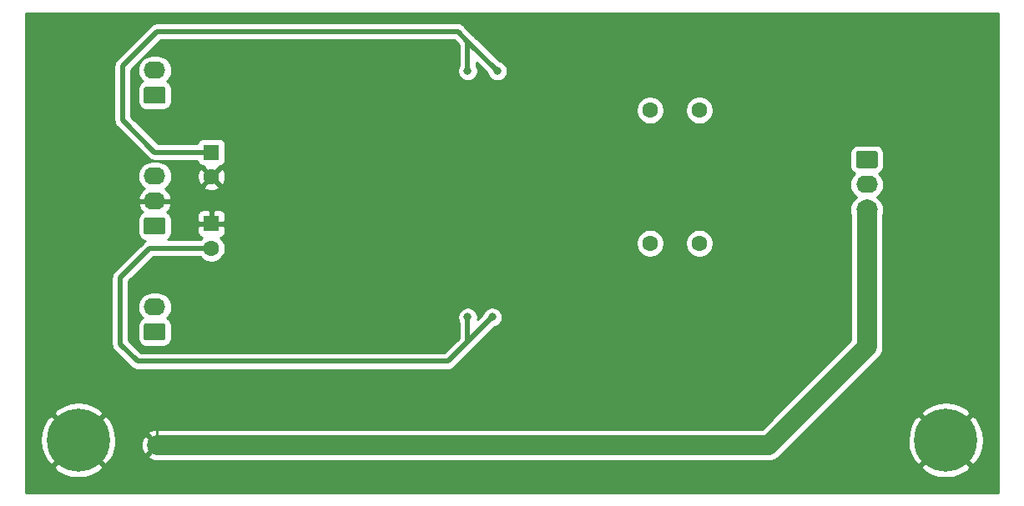
<source format=gbr>
G04 #@! TF.GenerationSoftware,KiCad,Pcbnew,5.1.4*
G04 #@! TF.CreationDate,2019-10-13T19:14:40-04:00*
G04 #@! TF.ProjectId,headphone_amp,68656164-7068-46f6-9e65-5f616d702e6b,1*
G04 #@! TF.SameCoordinates,Original*
G04 #@! TF.FileFunction,Copper,L2,Bot*
G04 #@! TF.FilePolarity,Positive*
%FSLAX46Y46*%
G04 Gerber Fmt 4.6, Leading zero omitted, Abs format (unit mm)*
G04 Created by KiCad (PCBNEW 5.1.4) date 2019-10-13 19:14:40*
%MOMM*%
%LPD*%
G04 APERTURE LIST*
%ADD10C,0.100000*%
%ADD11O,2.200000X1.740000*%
%ADD12C,1.740000*%
%ADD13C,6.400000*%
%ADD14C,2.000000*%
%ADD15C,1.600000*%
%ADD16R,1.600000X1.600000*%
%ADD17C,0.800000*%
%ADD18C,0.254000*%
%ADD19C,0.508000*%
%ADD20C,0.406400*%
%ADD21C,2.000000*%
G04 APERTURE END LIST*
D10*
G36*
X114000000Y-145500000D02*
G01*
X118000000Y-145500000D01*
X118000000Y-143500000D01*
X114000000Y-143500000D01*
X114000000Y-145500000D01*
G37*
D11*
X113750000Y-106420000D03*
D10*
G36*
X114624505Y-108091204D02*
G01*
X114648773Y-108094804D01*
X114672572Y-108100765D01*
X114695671Y-108109030D01*
X114717850Y-108119520D01*
X114738893Y-108132132D01*
X114758599Y-108146747D01*
X114776777Y-108163223D01*
X114793253Y-108181401D01*
X114807868Y-108201107D01*
X114820480Y-108222150D01*
X114830970Y-108244329D01*
X114839235Y-108267428D01*
X114845196Y-108291227D01*
X114848796Y-108315495D01*
X114850000Y-108339999D01*
X114850000Y-109580001D01*
X114848796Y-109604505D01*
X114845196Y-109628773D01*
X114839235Y-109652572D01*
X114830970Y-109675671D01*
X114820480Y-109697850D01*
X114807868Y-109718893D01*
X114793253Y-109738599D01*
X114776777Y-109756777D01*
X114758599Y-109773253D01*
X114738893Y-109787868D01*
X114717850Y-109800480D01*
X114695671Y-109810970D01*
X114672572Y-109819235D01*
X114648773Y-109825196D01*
X114624505Y-109828796D01*
X114600001Y-109830000D01*
X112899999Y-109830000D01*
X112875495Y-109828796D01*
X112851227Y-109825196D01*
X112827428Y-109819235D01*
X112804329Y-109810970D01*
X112782150Y-109800480D01*
X112761107Y-109787868D01*
X112741401Y-109773253D01*
X112723223Y-109756777D01*
X112706747Y-109738599D01*
X112692132Y-109718893D01*
X112679520Y-109697850D01*
X112669030Y-109675671D01*
X112660765Y-109652572D01*
X112654804Y-109628773D01*
X112651204Y-109604505D01*
X112650000Y-109580001D01*
X112650000Y-108339999D01*
X112651204Y-108315495D01*
X112654804Y-108291227D01*
X112660765Y-108267428D01*
X112669030Y-108244329D01*
X112679520Y-108222150D01*
X112692132Y-108201107D01*
X112706747Y-108181401D01*
X112723223Y-108163223D01*
X112741401Y-108146747D01*
X112761107Y-108132132D01*
X112782150Y-108119520D01*
X112804329Y-108109030D01*
X112827428Y-108100765D01*
X112851227Y-108094804D01*
X112875495Y-108091204D01*
X112899999Y-108090000D01*
X114600001Y-108090000D01*
X114624505Y-108091204D01*
X114624505Y-108091204D01*
G37*
D12*
X113750000Y-108960000D03*
D13*
X194000000Y-144000000D03*
X106000000Y-144000000D03*
D14*
X118000000Y-144500000D03*
X114000000Y-144500000D03*
D15*
X164000000Y-124000000D03*
X169000000Y-124000000D03*
X164000000Y-110500000D03*
X169000000Y-110500000D03*
X119500000Y-117250000D03*
D16*
X119500000Y-114750000D03*
D11*
X113750000Y-117170000D03*
X113750000Y-119710000D03*
D10*
G36*
X114624505Y-121381204D02*
G01*
X114648773Y-121384804D01*
X114672572Y-121390765D01*
X114695671Y-121399030D01*
X114717850Y-121409520D01*
X114738893Y-121422132D01*
X114758599Y-121436747D01*
X114776777Y-121453223D01*
X114793253Y-121471401D01*
X114807868Y-121491107D01*
X114820480Y-121512150D01*
X114830970Y-121534329D01*
X114839235Y-121557428D01*
X114845196Y-121581227D01*
X114848796Y-121605495D01*
X114850000Y-121629999D01*
X114850000Y-122870001D01*
X114848796Y-122894505D01*
X114845196Y-122918773D01*
X114839235Y-122942572D01*
X114830970Y-122965671D01*
X114820480Y-122987850D01*
X114807868Y-123008893D01*
X114793253Y-123028599D01*
X114776777Y-123046777D01*
X114758599Y-123063253D01*
X114738893Y-123077868D01*
X114717850Y-123090480D01*
X114695671Y-123100970D01*
X114672572Y-123109235D01*
X114648773Y-123115196D01*
X114624505Y-123118796D01*
X114600001Y-123120000D01*
X112899999Y-123120000D01*
X112875495Y-123118796D01*
X112851227Y-123115196D01*
X112827428Y-123109235D01*
X112804329Y-123100970D01*
X112782150Y-123090480D01*
X112761107Y-123077868D01*
X112741401Y-123063253D01*
X112723223Y-123046777D01*
X112706747Y-123028599D01*
X112692132Y-123008893D01*
X112679520Y-122987850D01*
X112669030Y-122965671D01*
X112660765Y-122942572D01*
X112654804Y-122918773D01*
X112651204Y-122894505D01*
X112650000Y-122870001D01*
X112650000Y-121629999D01*
X112651204Y-121605495D01*
X112654804Y-121581227D01*
X112660765Y-121557428D01*
X112669030Y-121534329D01*
X112679520Y-121512150D01*
X112692132Y-121491107D01*
X112706747Y-121471401D01*
X112723223Y-121453223D01*
X112741401Y-121436747D01*
X112761107Y-121422132D01*
X112782150Y-121409520D01*
X112804329Y-121399030D01*
X112827428Y-121390765D01*
X112851227Y-121384804D01*
X112875495Y-121381204D01*
X112899999Y-121380000D01*
X114600001Y-121380000D01*
X114624505Y-121381204D01*
X114624505Y-121381204D01*
G37*
D12*
X113750000Y-122250000D03*
D11*
X186000000Y-120580000D03*
X186000000Y-118040000D03*
D10*
G36*
X186874505Y-114631204D02*
G01*
X186898773Y-114634804D01*
X186922572Y-114640765D01*
X186945671Y-114649030D01*
X186967850Y-114659520D01*
X186988893Y-114672132D01*
X187008599Y-114686747D01*
X187026777Y-114703223D01*
X187043253Y-114721401D01*
X187057868Y-114741107D01*
X187070480Y-114762150D01*
X187080970Y-114784329D01*
X187089235Y-114807428D01*
X187095196Y-114831227D01*
X187098796Y-114855495D01*
X187100000Y-114879999D01*
X187100000Y-116120001D01*
X187098796Y-116144505D01*
X187095196Y-116168773D01*
X187089235Y-116192572D01*
X187080970Y-116215671D01*
X187070480Y-116237850D01*
X187057868Y-116258893D01*
X187043253Y-116278599D01*
X187026777Y-116296777D01*
X187008599Y-116313253D01*
X186988893Y-116327868D01*
X186967850Y-116340480D01*
X186945671Y-116350970D01*
X186922572Y-116359235D01*
X186898773Y-116365196D01*
X186874505Y-116368796D01*
X186850001Y-116370000D01*
X185149999Y-116370000D01*
X185125495Y-116368796D01*
X185101227Y-116365196D01*
X185077428Y-116359235D01*
X185054329Y-116350970D01*
X185032150Y-116340480D01*
X185011107Y-116327868D01*
X184991401Y-116313253D01*
X184973223Y-116296777D01*
X184956747Y-116278599D01*
X184942132Y-116258893D01*
X184929520Y-116237850D01*
X184919030Y-116215671D01*
X184910765Y-116192572D01*
X184904804Y-116168773D01*
X184901204Y-116144505D01*
X184900000Y-116120001D01*
X184900000Y-114879999D01*
X184901204Y-114855495D01*
X184904804Y-114831227D01*
X184910765Y-114807428D01*
X184919030Y-114784329D01*
X184929520Y-114762150D01*
X184942132Y-114741107D01*
X184956747Y-114721401D01*
X184973223Y-114703223D01*
X184991401Y-114686747D01*
X185011107Y-114672132D01*
X185032150Y-114659520D01*
X185054329Y-114649030D01*
X185077428Y-114640765D01*
X185101227Y-114634804D01*
X185125495Y-114631204D01*
X185149999Y-114630000D01*
X186850001Y-114630000D01*
X186874505Y-114631204D01*
X186874505Y-114631204D01*
G37*
D12*
X186000000Y-115500000D03*
D11*
X113750000Y-130460000D03*
D10*
G36*
X114624505Y-132131204D02*
G01*
X114648773Y-132134804D01*
X114672572Y-132140765D01*
X114695671Y-132149030D01*
X114717850Y-132159520D01*
X114738893Y-132172132D01*
X114758599Y-132186747D01*
X114776777Y-132203223D01*
X114793253Y-132221401D01*
X114807868Y-132241107D01*
X114820480Y-132262150D01*
X114830970Y-132284329D01*
X114839235Y-132307428D01*
X114845196Y-132331227D01*
X114848796Y-132355495D01*
X114850000Y-132379999D01*
X114850000Y-133620001D01*
X114848796Y-133644505D01*
X114845196Y-133668773D01*
X114839235Y-133692572D01*
X114830970Y-133715671D01*
X114820480Y-133737850D01*
X114807868Y-133758893D01*
X114793253Y-133778599D01*
X114776777Y-133796777D01*
X114758599Y-133813253D01*
X114738893Y-133827868D01*
X114717850Y-133840480D01*
X114695671Y-133850970D01*
X114672572Y-133859235D01*
X114648773Y-133865196D01*
X114624505Y-133868796D01*
X114600001Y-133870000D01*
X112899999Y-133870000D01*
X112875495Y-133868796D01*
X112851227Y-133865196D01*
X112827428Y-133859235D01*
X112804329Y-133850970D01*
X112782150Y-133840480D01*
X112761107Y-133827868D01*
X112741401Y-133813253D01*
X112723223Y-133796777D01*
X112706747Y-133778599D01*
X112692132Y-133758893D01*
X112679520Y-133737850D01*
X112669030Y-133715671D01*
X112660765Y-133692572D01*
X112654804Y-133668773D01*
X112651204Y-133644505D01*
X112650000Y-133620001D01*
X112650000Y-132379999D01*
X112651204Y-132355495D01*
X112654804Y-132331227D01*
X112660765Y-132307428D01*
X112669030Y-132284329D01*
X112679520Y-132262150D01*
X112692132Y-132241107D01*
X112706747Y-132221401D01*
X112723223Y-132203223D01*
X112741401Y-132186747D01*
X112761107Y-132172132D01*
X112782150Y-132159520D01*
X112804329Y-132149030D01*
X112827428Y-132140765D01*
X112851227Y-132134804D01*
X112875495Y-132131204D01*
X112899999Y-132130000D01*
X114600001Y-132130000D01*
X114624505Y-132131204D01*
X114624505Y-132131204D01*
G37*
D12*
X113750000Y-133000000D03*
D15*
X119500000Y-124500000D03*
D16*
X119500000Y-122000000D03*
D17*
X176784000Y-120904000D03*
X176784000Y-113665000D03*
X124460000Y-112268000D03*
X123444000Y-125984000D03*
X145500000Y-131500000D03*
X148000000Y-131500000D03*
X145500000Y-106500000D03*
X148500000Y-106500000D03*
D18*
X113750000Y-119710000D02*
X110290000Y-119710000D01*
X110290000Y-119710000D02*
X106000000Y-124000000D01*
X106000000Y-124000000D02*
X106000000Y-133000000D01*
X114000000Y-141000000D02*
X111500000Y-138500000D01*
X114000000Y-144500000D02*
X114000000Y-141000000D01*
X106000000Y-133000000D02*
X111500000Y-138500000D01*
X111500000Y-138500000D02*
X113500000Y-140500000D01*
D19*
X112000000Y-136000000D02*
X130999998Y-136000000D01*
X110250000Y-134250000D02*
X112000000Y-136000000D01*
X110250000Y-127500000D02*
X110250000Y-134250000D01*
X119500000Y-124500000D02*
X113250000Y-124500000D01*
X113250000Y-124500000D02*
X110250000Y-127500000D01*
X130999998Y-136000000D02*
X143500000Y-136000000D01*
X145500000Y-134000000D02*
X145250000Y-134250000D01*
X143500000Y-136000000D02*
X145250000Y-134250000D01*
D20*
X119500000Y-124500000D02*
X118368630Y-124500000D01*
D19*
X145500000Y-131500000D02*
X145500000Y-134000000D01*
X145500000Y-134000000D02*
X148000000Y-131500000D01*
X145500000Y-106500000D02*
X145500000Y-103500000D01*
X145500000Y-103500000D02*
X148500000Y-106500000D01*
X113750000Y-114750000D02*
X119500000Y-114750000D01*
X144500000Y-102500000D02*
X114000000Y-102500000D01*
X110500000Y-106000000D02*
X110500000Y-111500000D01*
X145500000Y-103500000D02*
X144500000Y-102500000D01*
X110500000Y-111500000D02*
X113750000Y-114750000D01*
X114000000Y-102500000D02*
X110500000Y-106000000D01*
D21*
X176000000Y-144500000D02*
X121500000Y-144500000D01*
X186000000Y-120580000D02*
X186000000Y-134500000D01*
X186000000Y-134500000D02*
X176000000Y-144500000D01*
X118000000Y-144500000D02*
X121500000Y-144500000D01*
D18*
G36*
X199340000Y-149340000D02*
G01*
X100660000Y-149340000D01*
X100660000Y-146700881D01*
X103478724Y-146700881D01*
X103838912Y-147190548D01*
X104502882Y-147550849D01*
X105224385Y-147774694D01*
X105975695Y-147853480D01*
X106727938Y-147784178D01*
X107452208Y-147569452D01*
X108120670Y-147217555D01*
X108161088Y-147190548D01*
X108521276Y-146700881D01*
X191478724Y-146700881D01*
X191838912Y-147190548D01*
X192502882Y-147550849D01*
X193224385Y-147774694D01*
X193975695Y-147853480D01*
X194727938Y-147784178D01*
X195452208Y-147569452D01*
X196120670Y-147217555D01*
X196161088Y-147190548D01*
X196521276Y-146700881D01*
X194000000Y-144179605D01*
X191478724Y-146700881D01*
X108521276Y-146700881D01*
X106000000Y-144179605D01*
X103478724Y-146700881D01*
X100660000Y-146700881D01*
X100660000Y-143975695D01*
X102146520Y-143975695D01*
X102215822Y-144727938D01*
X102430548Y-145452208D01*
X102782445Y-146120670D01*
X102809452Y-146161088D01*
X103299119Y-146521276D01*
X105820395Y-144000000D01*
X106179605Y-144000000D01*
X108700881Y-146521276D01*
X109190548Y-146161088D01*
X109550849Y-145497118D01*
X109774694Y-144775615D01*
X109797032Y-144562595D01*
X112358282Y-144562595D01*
X112402039Y-144881675D01*
X112507205Y-145186088D01*
X112600186Y-145360044D01*
X112864587Y-145455808D01*
X113365000Y-144955395D01*
X113365000Y-145314605D01*
X113044192Y-145635413D01*
X113139956Y-145899814D01*
X113429571Y-146040704D01*
X113741108Y-146122384D01*
X114062595Y-146141718D01*
X114111583Y-146135000D01*
X175919681Y-146135000D01*
X176000000Y-146142911D01*
X176080319Y-146135000D01*
X176080322Y-146135000D01*
X176320516Y-146111343D01*
X176628715Y-146017852D01*
X176912752Y-145866031D01*
X177161714Y-145661714D01*
X177212925Y-145599313D01*
X178836543Y-143975695D01*
X190146520Y-143975695D01*
X190215822Y-144727938D01*
X190430548Y-145452208D01*
X190782445Y-146120670D01*
X190809452Y-146161088D01*
X191299119Y-146521276D01*
X193820395Y-144000000D01*
X194179605Y-144000000D01*
X196700881Y-146521276D01*
X197190548Y-146161088D01*
X197550849Y-145497118D01*
X197774694Y-144775615D01*
X197853480Y-144024305D01*
X197784178Y-143272062D01*
X197569452Y-142547792D01*
X197217555Y-141879330D01*
X197190548Y-141838912D01*
X196700881Y-141478724D01*
X194179605Y-144000000D01*
X193820395Y-144000000D01*
X191299119Y-141478724D01*
X190809452Y-141838912D01*
X190449151Y-142502882D01*
X190225306Y-143224385D01*
X190146520Y-143975695D01*
X178836543Y-143975695D01*
X181513119Y-141299119D01*
X191478724Y-141299119D01*
X194000000Y-143820395D01*
X196521276Y-141299119D01*
X196161088Y-140809452D01*
X195497118Y-140449151D01*
X194775615Y-140225306D01*
X194024305Y-140146520D01*
X193272062Y-140215822D01*
X192547792Y-140430548D01*
X191879330Y-140782445D01*
X191838912Y-140809452D01*
X191478724Y-141299119D01*
X181513119Y-141299119D01*
X187099324Y-135712916D01*
X187161714Y-135661714D01*
X187366031Y-135412752D01*
X187517852Y-135128715D01*
X187594471Y-134876136D01*
X187611343Y-134820517D01*
X187642911Y-134500000D01*
X187635000Y-134419678D01*
X187635000Y-121132900D01*
X187713224Y-120875032D01*
X187742282Y-120580000D01*
X187713224Y-120284968D01*
X187627166Y-120001275D01*
X187487417Y-119739821D01*
X187299345Y-119510655D01*
X187070179Y-119322583D01*
X187046638Y-119310000D01*
X187070179Y-119297417D01*
X187299345Y-119109345D01*
X187487417Y-118880179D01*
X187627166Y-118618725D01*
X187713224Y-118335032D01*
X187742282Y-118040000D01*
X187713224Y-117744968D01*
X187627166Y-117461275D01*
X187487417Y-117199821D01*
X187299345Y-116970655D01*
X187233886Y-116916934D01*
X187343387Y-116858405D01*
X187477962Y-116747962D01*
X187588405Y-116613387D01*
X187670472Y-116459851D01*
X187721008Y-116293255D01*
X187738072Y-116120001D01*
X187738072Y-114879999D01*
X187721008Y-114706745D01*
X187670472Y-114540149D01*
X187588405Y-114386613D01*
X187477962Y-114252038D01*
X187343387Y-114141595D01*
X187189851Y-114059528D01*
X187023255Y-114008992D01*
X186850001Y-113991928D01*
X185149999Y-113991928D01*
X184976745Y-114008992D01*
X184810149Y-114059528D01*
X184656613Y-114141595D01*
X184522038Y-114252038D01*
X184411595Y-114386613D01*
X184329528Y-114540149D01*
X184278992Y-114706745D01*
X184261928Y-114879999D01*
X184261928Y-116120001D01*
X184278992Y-116293255D01*
X184329528Y-116459851D01*
X184411595Y-116613387D01*
X184522038Y-116747962D01*
X184656613Y-116858405D01*
X184766114Y-116916934D01*
X184700655Y-116970655D01*
X184512583Y-117199821D01*
X184372834Y-117461275D01*
X184286776Y-117744968D01*
X184257718Y-118040000D01*
X184286776Y-118335032D01*
X184372834Y-118618725D01*
X184512583Y-118880179D01*
X184700655Y-119109345D01*
X184929821Y-119297417D01*
X184953362Y-119310000D01*
X184929821Y-119322583D01*
X184700655Y-119510655D01*
X184512583Y-119739821D01*
X184372834Y-120001275D01*
X184286776Y-120284968D01*
X184257718Y-120580000D01*
X184286776Y-120875032D01*
X184365000Y-121132900D01*
X184365001Y-133822759D01*
X175322762Y-142865000D01*
X114049112Y-142865000D01*
X113937405Y-142858282D01*
X113618325Y-142902039D01*
X113313912Y-143007205D01*
X113139956Y-143100186D01*
X113044192Y-143364587D01*
X113365000Y-143685395D01*
X113365000Y-144044605D01*
X112864587Y-143544192D01*
X112600186Y-143639956D01*
X112459296Y-143929571D01*
X112377616Y-144241108D01*
X112358282Y-144562595D01*
X109797032Y-144562595D01*
X109853480Y-144024305D01*
X109784178Y-143272062D01*
X109569452Y-142547792D01*
X109217555Y-141879330D01*
X109190548Y-141838912D01*
X108700881Y-141478724D01*
X106179605Y-144000000D01*
X105820395Y-144000000D01*
X103299119Y-141478724D01*
X102809452Y-141838912D01*
X102449151Y-142502882D01*
X102225306Y-143224385D01*
X102146520Y-143975695D01*
X100660000Y-143975695D01*
X100660000Y-141299119D01*
X103478724Y-141299119D01*
X106000000Y-143820395D01*
X108521276Y-141299119D01*
X108161088Y-140809452D01*
X107497118Y-140449151D01*
X106775615Y-140225306D01*
X106024305Y-140146520D01*
X105272062Y-140215822D01*
X104547792Y-140430548D01*
X103879330Y-140782445D01*
X103838912Y-140809452D01*
X103478724Y-141299119D01*
X100660000Y-141299119D01*
X100660000Y-127500000D01*
X109356700Y-127500000D01*
X109361000Y-127543660D01*
X109361001Y-134206330D01*
X109356700Y-134250000D01*
X109373864Y-134424274D01*
X109424698Y-134591852D01*
X109507248Y-134746291D01*
X109572092Y-134825303D01*
X109618342Y-134881659D01*
X109652259Y-134909494D01*
X111340506Y-136597742D01*
X111368341Y-136631659D01*
X111503709Y-136742753D01*
X111658149Y-136825303D01*
X111774892Y-136860716D01*
X111825725Y-136876136D01*
X111842325Y-136877771D01*
X111956333Y-136889000D01*
X111956340Y-136889000D01*
X112000000Y-136893300D01*
X112043660Y-136889000D01*
X143456340Y-136889000D01*
X143500000Y-136893300D01*
X143543660Y-136889000D01*
X143543667Y-136889000D01*
X143674274Y-136876136D01*
X143841851Y-136825303D01*
X143996291Y-136742753D01*
X144131659Y-136631659D01*
X144159499Y-136597736D01*
X145909495Y-134847741D01*
X145909500Y-134847734D01*
X146097732Y-134659503D01*
X146131659Y-134631659D01*
X146159499Y-134597736D01*
X148252106Y-132505130D01*
X148301898Y-132495226D01*
X148490256Y-132417205D01*
X148659774Y-132303937D01*
X148803937Y-132159774D01*
X148917205Y-131990256D01*
X148995226Y-131801898D01*
X149035000Y-131601939D01*
X149035000Y-131398061D01*
X148995226Y-131198102D01*
X148917205Y-131009744D01*
X148803937Y-130840226D01*
X148659774Y-130696063D01*
X148490256Y-130582795D01*
X148301898Y-130504774D01*
X148101939Y-130465000D01*
X147898061Y-130465000D01*
X147698102Y-130504774D01*
X147509744Y-130582795D01*
X147340226Y-130696063D01*
X147196063Y-130840226D01*
X147082795Y-131009744D01*
X147004774Y-131198102D01*
X146994870Y-131247894D01*
X146508724Y-131734041D01*
X146535000Y-131601939D01*
X146535000Y-131398061D01*
X146495226Y-131198102D01*
X146417205Y-131009744D01*
X146303937Y-130840226D01*
X146159774Y-130696063D01*
X145990256Y-130582795D01*
X145801898Y-130504774D01*
X145601939Y-130465000D01*
X145398061Y-130465000D01*
X145198102Y-130504774D01*
X145009744Y-130582795D01*
X144840226Y-130696063D01*
X144696063Y-130840226D01*
X144582795Y-131009744D01*
X144504774Y-131198102D01*
X144465000Y-131398061D01*
X144465000Y-131601939D01*
X144504774Y-131801898D01*
X144582795Y-131990256D01*
X144611000Y-132032468D01*
X144611001Y-133631763D01*
X143131765Y-135111000D01*
X112368236Y-135111000D01*
X111139000Y-133881765D01*
X111139000Y-130460000D01*
X112007718Y-130460000D01*
X112036776Y-130755032D01*
X112122834Y-131038725D01*
X112262583Y-131300179D01*
X112450655Y-131529345D01*
X112516114Y-131583066D01*
X112406613Y-131641595D01*
X112272038Y-131752038D01*
X112161595Y-131886613D01*
X112079528Y-132040149D01*
X112028992Y-132206745D01*
X112011928Y-132379999D01*
X112011928Y-133620001D01*
X112028992Y-133793255D01*
X112079528Y-133959851D01*
X112161595Y-134113387D01*
X112272038Y-134247962D01*
X112406613Y-134358405D01*
X112560149Y-134440472D01*
X112726745Y-134491008D01*
X112899999Y-134508072D01*
X114600001Y-134508072D01*
X114773255Y-134491008D01*
X114939851Y-134440472D01*
X115093387Y-134358405D01*
X115227962Y-134247962D01*
X115338405Y-134113387D01*
X115420472Y-133959851D01*
X115471008Y-133793255D01*
X115488072Y-133620001D01*
X115488072Y-132379999D01*
X115471008Y-132206745D01*
X115420472Y-132040149D01*
X115338405Y-131886613D01*
X115227962Y-131752038D01*
X115093387Y-131641595D01*
X114983886Y-131583066D01*
X115049345Y-131529345D01*
X115237417Y-131300179D01*
X115377166Y-131038725D01*
X115463224Y-130755032D01*
X115492282Y-130460000D01*
X115463224Y-130164968D01*
X115377166Y-129881275D01*
X115237417Y-129619821D01*
X115049345Y-129390655D01*
X114820179Y-129202583D01*
X114558725Y-129062834D01*
X114275032Y-128976776D01*
X114053936Y-128955000D01*
X113446064Y-128955000D01*
X113224968Y-128976776D01*
X112941275Y-129062834D01*
X112679821Y-129202583D01*
X112450655Y-129390655D01*
X112262583Y-129619821D01*
X112122834Y-129881275D01*
X112036776Y-130164968D01*
X112007718Y-130460000D01*
X111139000Y-130460000D01*
X111139000Y-127868235D01*
X113618236Y-125389000D01*
X118368151Y-125389000D01*
X118385363Y-125414759D01*
X118585241Y-125614637D01*
X118820273Y-125771680D01*
X119081426Y-125879853D01*
X119358665Y-125935000D01*
X119641335Y-125935000D01*
X119918574Y-125879853D01*
X120179727Y-125771680D01*
X120414759Y-125614637D01*
X120614637Y-125414759D01*
X120771680Y-125179727D01*
X120879853Y-124918574D01*
X120935000Y-124641335D01*
X120935000Y-124358665D01*
X120879853Y-124081426D01*
X120787583Y-123858665D01*
X162565000Y-123858665D01*
X162565000Y-124141335D01*
X162620147Y-124418574D01*
X162728320Y-124679727D01*
X162885363Y-124914759D01*
X163085241Y-125114637D01*
X163320273Y-125271680D01*
X163581426Y-125379853D01*
X163858665Y-125435000D01*
X164141335Y-125435000D01*
X164418574Y-125379853D01*
X164679727Y-125271680D01*
X164914759Y-125114637D01*
X165114637Y-124914759D01*
X165271680Y-124679727D01*
X165379853Y-124418574D01*
X165435000Y-124141335D01*
X165435000Y-123858665D01*
X167565000Y-123858665D01*
X167565000Y-124141335D01*
X167620147Y-124418574D01*
X167728320Y-124679727D01*
X167885363Y-124914759D01*
X168085241Y-125114637D01*
X168320273Y-125271680D01*
X168581426Y-125379853D01*
X168858665Y-125435000D01*
X169141335Y-125435000D01*
X169418574Y-125379853D01*
X169679727Y-125271680D01*
X169914759Y-125114637D01*
X170114637Y-124914759D01*
X170271680Y-124679727D01*
X170379853Y-124418574D01*
X170435000Y-124141335D01*
X170435000Y-123858665D01*
X170379853Y-123581426D01*
X170271680Y-123320273D01*
X170114637Y-123085241D01*
X169914759Y-122885363D01*
X169679727Y-122728320D01*
X169418574Y-122620147D01*
X169141335Y-122565000D01*
X168858665Y-122565000D01*
X168581426Y-122620147D01*
X168320273Y-122728320D01*
X168085241Y-122885363D01*
X167885363Y-123085241D01*
X167728320Y-123320273D01*
X167620147Y-123581426D01*
X167565000Y-123858665D01*
X165435000Y-123858665D01*
X165379853Y-123581426D01*
X165271680Y-123320273D01*
X165114637Y-123085241D01*
X164914759Y-122885363D01*
X164679727Y-122728320D01*
X164418574Y-122620147D01*
X164141335Y-122565000D01*
X163858665Y-122565000D01*
X163581426Y-122620147D01*
X163320273Y-122728320D01*
X163085241Y-122885363D01*
X162885363Y-123085241D01*
X162728320Y-123320273D01*
X162620147Y-123581426D01*
X162565000Y-123858665D01*
X120787583Y-123858665D01*
X120771680Y-123820273D01*
X120614637Y-123585241D01*
X120448057Y-123418661D01*
X120544180Y-123389502D01*
X120654494Y-123330537D01*
X120751185Y-123251185D01*
X120830537Y-123154494D01*
X120889502Y-123044180D01*
X120925812Y-122924482D01*
X120938072Y-122800000D01*
X120935000Y-122285750D01*
X120776250Y-122127000D01*
X119627000Y-122127000D01*
X119627000Y-122147000D01*
X119373000Y-122147000D01*
X119373000Y-122127000D01*
X118223750Y-122127000D01*
X118065000Y-122285750D01*
X118061928Y-122800000D01*
X118074188Y-122924482D01*
X118110498Y-123044180D01*
X118169463Y-123154494D01*
X118248815Y-123251185D01*
X118345506Y-123330537D01*
X118455820Y-123389502D01*
X118551943Y-123418661D01*
X118385363Y-123585241D01*
X118368151Y-123611000D01*
X115088532Y-123611000D01*
X115093387Y-123608405D01*
X115227962Y-123497962D01*
X115338405Y-123363387D01*
X115420472Y-123209851D01*
X115471008Y-123043255D01*
X115488072Y-122870001D01*
X115488072Y-121629999D01*
X115471008Y-121456745D01*
X115420472Y-121290149D01*
X115372287Y-121200000D01*
X118061928Y-121200000D01*
X118065000Y-121714250D01*
X118223750Y-121873000D01*
X119373000Y-121873000D01*
X119373000Y-120723750D01*
X119627000Y-120723750D01*
X119627000Y-121873000D01*
X120776250Y-121873000D01*
X120935000Y-121714250D01*
X120938072Y-121200000D01*
X120925812Y-121075518D01*
X120889502Y-120955820D01*
X120830537Y-120845506D01*
X120751185Y-120748815D01*
X120654494Y-120669463D01*
X120544180Y-120610498D01*
X120424482Y-120574188D01*
X120300000Y-120561928D01*
X119785750Y-120565000D01*
X119627000Y-120723750D01*
X119373000Y-120723750D01*
X119214250Y-120565000D01*
X118700000Y-120561928D01*
X118575518Y-120574188D01*
X118455820Y-120610498D01*
X118345506Y-120669463D01*
X118248815Y-120748815D01*
X118169463Y-120845506D01*
X118110498Y-120955820D01*
X118074188Y-121075518D01*
X118061928Y-121200000D01*
X115372287Y-121200000D01*
X115338405Y-121136613D01*
X115227962Y-121002038D01*
X115093387Y-120891595D01*
X114984686Y-120833493D01*
X115140536Y-120680494D01*
X115307571Y-120435437D01*
X115423588Y-120162502D01*
X115441302Y-120070031D01*
X115320246Y-119837000D01*
X113877000Y-119837000D01*
X113877000Y-119857000D01*
X113623000Y-119857000D01*
X113623000Y-119837000D01*
X112179754Y-119837000D01*
X112058698Y-120070031D01*
X112076412Y-120162502D01*
X112192429Y-120435437D01*
X112359464Y-120680494D01*
X112515314Y-120833493D01*
X112406613Y-120891595D01*
X112272038Y-121002038D01*
X112161595Y-121136613D01*
X112079528Y-121290149D01*
X112028992Y-121456745D01*
X112011928Y-121629999D01*
X112011928Y-122870001D01*
X112028992Y-123043255D01*
X112079528Y-123209851D01*
X112161595Y-123363387D01*
X112272038Y-123497962D01*
X112406613Y-123608405D01*
X112560149Y-123690472D01*
X112726745Y-123741008D01*
X112775167Y-123745777D01*
X112753709Y-123757247D01*
X112618341Y-123868341D01*
X112590506Y-123902258D01*
X109652264Y-126840501D01*
X109618341Y-126868341D01*
X109507247Y-127003710D01*
X109424697Y-127158150D01*
X109373864Y-127325727D01*
X109361000Y-127456334D01*
X109361000Y-127456340D01*
X109356700Y-127500000D01*
X100660000Y-127500000D01*
X100660000Y-117170000D01*
X112007718Y-117170000D01*
X112036776Y-117465032D01*
X112122834Y-117748725D01*
X112262583Y-118010179D01*
X112450655Y-118239345D01*
X112679821Y-118427417D01*
X112707669Y-118442302D01*
X112571097Y-118531744D01*
X112359464Y-118739506D01*
X112192429Y-118984563D01*
X112076412Y-119257498D01*
X112058698Y-119349969D01*
X112179754Y-119583000D01*
X113623000Y-119583000D01*
X113623000Y-119563000D01*
X113877000Y-119563000D01*
X113877000Y-119583000D01*
X115320246Y-119583000D01*
X115441302Y-119349969D01*
X115423588Y-119257498D01*
X115307571Y-118984563D01*
X115140536Y-118739506D01*
X114928903Y-118531744D01*
X114792331Y-118442302D01*
X114820179Y-118427417D01*
X115045254Y-118242702D01*
X118686903Y-118242702D01*
X118758486Y-118486671D01*
X119013996Y-118607571D01*
X119288184Y-118676300D01*
X119570512Y-118690217D01*
X119850130Y-118648787D01*
X120116292Y-118553603D01*
X120241514Y-118486671D01*
X120313097Y-118242702D01*
X119500000Y-117429605D01*
X118686903Y-118242702D01*
X115045254Y-118242702D01*
X115049345Y-118239345D01*
X115237417Y-118010179D01*
X115377166Y-117748725D01*
X115463224Y-117465032D01*
X115477457Y-117320512D01*
X118059783Y-117320512D01*
X118101213Y-117600130D01*
X118196397Y-117866292D01*
X118263329Y-117991514D01*
X118507298Y-118063097D01*
X119320395Y-117250000D01*
X119679605Y-117250000D01*
X120492702Y-118063097D01*
X120736671Y-117991514D01*
X120857571Y-117736004D01*
X120926300Y-117461816D01*
X120940217Y-117179488D01*
X120898787Y-116899870D01*
X120803603Y-116633708D01*
X120736671Y-116508486D01*
X120492702Y-116436903D01*
X119679605Y-117250000D01*
X119320395Y-117250000D01*
X118507298Y-116436903D01*
X118263329Y-116508486D01*
X118142429Y-116763996D01*
X118073700Y-117038184D01*
X118059783Y-117320512D01*
X115477457Y-117320512D01*
X115492282Y-117170000D01*
X115463224Y-116874968D01*
X115377166Y-116591275D01*
X115237417Y-116329821D01*
X115049345Y-116100655D01*
X114820179Y-115912583D01*
X114558725Y-115772834D01*
X114275032Y-115686776D01*
X114053936Y-115665000D01*
X113446064Y-115665000D01*
X113224968Y-115686776D01*
X112941275Y-115772834D01*
X112679821Y-115912583D01*
X112450655Y-116100655D01*
X112262583Y-116329821D01*
X112122834Y-116591275D01*
X112036776Y-116874968D01*
X112007718Y-117170000D01*
X100660000Y-117170000D01*
X100660000Y-106000000D01*
X109606700Y-106000000D01*
X109611000Y-106043660D01*
X109611001Y-111456330D01*
X109606700Y-111500000D01*
X109623864Y-111674274D01*
X109674698Y-111841852D01*
X109724487Y-111935000D01*
X109757248Y-111996291D01*
X109868342Y-112131659D01*
X109902259Y-112159494D01*
X113090506Y-115347742D01*
X113118341Y-115381659D01*
X113253709Y-115492753D01*
X113408149Y-115575303D01*
X113474058Y-115595296D01*
X113575724Y-115626136D01*
X113608924Y-115629406D01*
X113706333Y-115639000D01*
X113706339Y-115639000D01*
X113749999Y-115643300D01*
X113793659Y-115639000D01*
X118070693Y-115639000D01*
X118074188Y-115674482D01*
X118110498Y-115794180D01*
X118169463Y-115904494D01*
X118248815Y-116001185D01*
X118345506Y-116080537D01*
X118455820Y-116139502D01*
X118575518Y-116175812D01*
X118700000Y-116188072D01*
X118707215Y-116188072D01*
X118686903Y-116257298D01*
X119500000Y-117070395D01*
X120313097Y-116257298D01*
X120292785Y-116188072D01*
X120300000Y-116188072D01*
X120424482Y-116175812D01*
X120544180Y-116139502D01*
X120654494Y-116080537D01*
X120751185Y-116001185D01*
X120830537Y-115904494D01*
X120889502Y-115794180D01*
X120925812Y-115674482D01*
X120938072Y-115550000D01*
X120938072Y-113950000D01*
X120925812Y-113825518D01*
X120889502Y-113705820D01*
X120830537Y-113595506D01*
X120751185Y-113498815D01*
X120654494Y-113419463D01*
X120544180Y-113360498D01*
X120424482Y-113324188D01*
X120300000Y-113311928D01*
X118700000Y-113311928D01*
X118575518Y-113324188D01*
X118455820Y-113360498D01*
X118345506Y-113419463D01*
X118248815Y-113498815D01*
X118169463Y-113595506D01*
X118110498Y-113705820D01*
X118074188Y-113825518D01*
X118070693Y-113861000D01*
X114118236Y-113861000D01*
X111389000Y-111131765D01*
X111389000Y-106420000D01*
X112007718Y-106420000D01*
X112036776Y-106715032D01*
X112122834Y-106998725D01*
X112262583Y-107260179D01*
X112450655Y-107489345D01*
X112516114Y-107543066D01*
X112406613Y-107601595D01*
X112272038Y-107712038D01*
X112161595Y-107846613D01*
X112079528Y-108000149D01*
X112028992Y-108166745D01*
X112011928Y-108339999D01*
X112011928Y-109580001D01*
X112028992Y-109753255D01*
X112079528Y-109919851D01*
X112161595Y-110073387D01*
X112272038Y-110207962D01*
X112406613Y-110318405D01*
X112560149Y-110400472D01*
X112726745Y-110451008D01*
X112899999Y-110468072D01*
X114600001Y-110468072D01*
X114773255Y-110451008D01*
X114939851Y-110400472D01*
X115018066Y-110358665D01*
X162565000Y-110358665D01*
X162565000Y-110641335D01*
X162620147Y-110918574D01*
X162728320Y-111179727D01*
X162885363Y-111414759D01*
X163085241Y-111614637D01*
X163320273Y-111771680D01*
X163581426Y-111879853D01*
X163858665Y-111935000D01*
X164141335Y-111935000D01*
X164418574Y-111879853D01*
X164679727Y-111771680D01*
X164914759Y-111614637D01*
X165114637Y-111414759D01*
X165271680Y-111179727D01*
X165379853Y-110918574D01*
X165435000Y-110641335D01*
X165435000Y-110358665D01*
X167565000Y-110358665D01*
X167565000Y-110641335D01*
X167620147Y-110918574D01*
X167728320Y-111179727D01*
X167885363Y-111414759D01*
X168085241Y-111614637D01*
X168320273Y-111771680D01*
X168581426Y-111879853D01*
X168858665Y-111935000D01*
X169141335Y-111935000D01*
X169418574Y-111879853D01*
X169679727Y-111771680D01*
X169914759Y-111614637D01*
X170114637Y-111414759D01*
X170271680Y-111179727D01*
X170379853Y-110918574D01*
X170435000Y-110641335D01*
X170435000Y-110358665D01*
X170379853Y-110081426D01*
X170271680Y-109820273D01*
X170114637Y-109585241D01*
X169914759Y-109385363D01*
X169679727Y-109228320D01*
X169418574Y-109120147D01*
X169141335Y-109065000D01*
X168858665Y-109065000D01*
X168581426Y-109120147D01*
X168320273Y-109228320D01*
X168085241Y-109385363D01*
X167885363Y-109585241D01*
X167728320Y-109820273D01*
X167620147Y-110081426D01*
X167565000Y-110358665D01*
X165435000Y-110358665D01*
X165379853Y-110081426D01*
X165271680Y-109820273D01*
X165114637Y-109585241D01*
X164914759Y-109385363D01*
X164679727Y-109228320D01*
X164418574Y-109120147D01*
X164141335Y-109065000D01*
X163858665Y-109065000D01*
X163581426Y-109120147D01*
X163320273Y-109228320D01*
X163085241Y-109385363D01*
X162885363Y-109585241D01*
X162728320Y-109820273D01*
X162620147Y-110081426D01*
X162565000Y-110358665D01*
X115018066Y-110358665D01*
X115093387Y-110318405D01*
X115227962Y-110207962D01*
X115338405Y-110073387D01*
X115420472Y-109919851D01*
X115471008Y-109753255D01*
X115488072Y-109580001D01*
X115488072Y-108339999D01*
X115471008Y-108166745D01*
X115420472Y-108000149D01*
X115338405Y-107846613D01*
X115227962Y-107712038D01*
X115093387Y-107601595D01*
X114983886Y-107543066D01*
X115049345Y-107489345D01*
X115237417Y-107260179D01*
X115377166Y-106998725D01*
X115463224Y-106715032D01*
X115492282Y-106420000D01*
X115463224Y-106124968D01*
X115377166Y-105841275D01*
X115237417Y-105579821D01*
X115049345Y-105350655D01*
X114820179Y-105162583D01*
X114558725Y-105022834D01*
X114275032Y-104936776D01*
X114053936Y-104915000D01*
X113446064Y-104915000D01*
X113224968Y-104936776D01*
X112941275Y-105022834D01*
X112679821Y-105162583D01*
X112450655Y-105350655D01*
X112262583Y-105579821D01*
X112122834Y-105841275D01*
X112036776Y-106124968D01*
X112007718Y-106420000D01*
X111389000Y-106420000D01*
X111389000Y-106368235D01*
X114368236Y-103389000D01*
X144131765Y-103389000D01*
X144611001Y-103868237D01*
X144611000Y-105967532D01*
X144582795Y-106009744D01*
X144504774Y-106198102D01*
X144465000Y-106398061D01*
X144465000Y-106601939D01*
X144504774Y-106801898D01*
X144582795Y-106990256D01*
X144696063Y-107159774D01*
X144840226Y-107303937D01*
X145009744Y-107417205D01*
X145198102Y-107495226D01*
X145398061Y-107535000D01*
X145601939Y-107535000D01*
X145801898Y-107495226D01*
X145990256Y-107417205D01*
X146159774Y-107303937D01*
X146303937Y-107159774D01*
X146417205Y-106990256D01*
X146495226Y-106801898D01*
X146535000Y-106601939D01*
X146535000Y-106398061D01*
X146495226Y-106198102D01*
X146417205Y-106009744D01*
X146389000Y-105967532D01*
X146389000Y-105646236D01*
X147494870Y-106752106D01*
X147504774Y-106801898D01*
X147582795Y-106990256D01*
X147696063Y-107159774D01*
X147840226Y-107303937D01*
X148009744Y-107417205D01*
X148198102Y-107495226D01*
X148398061Y-107535000D01*
X148601939Y-107535000D01*
X148801898Y-107495226D01*
X148990256Y-107417205D01*
X149159774Y-107303937D01*
X149303937Y-107159774D01*
X149417205Y-106990256D01*
X149495226Y-106801898D01*
X149535000Y-106601939D01*
X149535000Y-106398061D01*
X149495226Y-106198102D01*
X149417205Y-106009744D01*
X149303937Y-105840226D01*
X149159774Y-105696063D01*
X148990256Y-105582795D01*
X148801898Y-105504774D01*
X148752106Y-105494870D01*
X146159499Y-102902264D01*
X146131659Y-102868341D01*
X146097741Y-102840505D01*
X145159499Y-101902264D01*
X145131659Y-101868341D01*
X144996291Y-101757247D01*
X144841851Y-101674697D01*
X144674274Y-101623864D01*
X144543667Y-101611000D01*
X144543660Y-101611000D01*
X144500000Y-101606700D01*
X144456340Y-101611000D01*
X114043659Y-101611000D01*
X113999999Y-101606700D01*
X113956339Y-101611000D01*
X113956333Y-101611000D01*
X113858924Y-101620594D01*
X113825724Y-101623864D01*
X113724058Y-101654704D01*
X113658149Y-101674697D01*
X113503709Y-101757247D01*
X113368341Y-101868341D01*
X113340506Y-101902258D01*
X109902264Y-105340501D01*
X109868341Y-105368341D01*
X109757247Y-105503710D01*
X109674697Y-105658150D01*
X109623864Y-105825727D01*
X109611000Y-105956334D01*
X109611000Y-105956340D01*
X109606700Y-106000000D01*
X100660000Y-106000000D01*
X100660000Y-100660000D01*
X199340001Y-100660000D01*
X199340000Y-149340000D01*
X199340000Y-149340000D01*
G37*
X199340000Y-149340000D02*
X100660000Y-149340000D01*
X100660000Y-146700881D01*
X103478724Y-146700881D01*
X103838912Y-147190548D01*
X104502882Y-147550849D01*
X105224385Y-147774694D01*
X105975695Y-147853480D01*
X106727938Y-147784178D01*
X107452208Y-147569452D01*
X108120670Y-147217555D01*
X108161088Y-147190548D01*
X108521276Y-146700881D01*
X191478724Y-146700881D01*
X191838912Y-147190548D01*
X192502882Y-147550849D01*
X193224385Y-147774694D01*
X193975695Y-147853480D01*
X194727938Y-147784178D01*
X195452208Y-147569452D01*
X196120670Y-147217555D01*
X196161088Y-147190548D01*
X196521276Y-146700881D01*
X194000000Y-144179605D01*
X191478724Y-146700881D01*
X108521276Y-146700881D01*
X106000000Y-144179605D01*
X103478724Y-146700881D01*
X100660000Y-146700881D01*
X100660000Y-143975695D01*
X102146520Y-143975695D01*
X102215822Y-144727938D01*
X102430548Y-145452208D01*
X102782445Y-146120670D01*
X102809452Y-146161088D01*
X103299119Y-146521276D01*
X105820395Y-144000000D01*
X106179605Y-144000000D01*
X108700881Y-146521276D01*
X109190548Y-146161088D01*
X109550849Y-145497118D01*
X109774694Y-144775615D01*
X109797032Y-144562595D01*
X112358282Y-144562595D01*
X112402039Y-144881675D01*
X112507205Y-145186088D01*
X112600186Y-145360044D01*
X112864587Y-145455808D01*
X113365000Y-144955395D01*
X113365000Y-145314605D01*
X113044192Y-145635413D01*
X113139956Y-145899814D01*
X113429571Y-146040704D01*
X113741108Y-146122384D01*
X114062595Y-146141718D01*
X114111583Y-146135000D01*
X175919681Y-146135000D01*
X176000000Y-146142911D01*
X176080319Y-146135000D01*
X176080322Y-146135000D01*
X176320516Y-146111343D01*
X176628715Y-146017852D01*
X176912752Y-145866031D01*
X177161714Y-145661714D01*
X177212925Y-145599313D01*
X178836543Y-143975695D01*
X190146520Y-143975695D01*
X190215822Y-144727938D01*
X190430548Y-145452208D01*
X190782445Y-146120670D01*
X190809452Y-146161088D01*
X191299119Y-146521276D01*
X193820395Y-144000000D01*
X194179605Y-144000000D01*
X196700881Y-146521276D01*
X197190548Y-146161088D01*
X197550849Y-145497118D01*
X197774694Y-144775615D01*
X197853480Y-144024305D01*
X197784178Y-143272062D01*
X197569452Y-142547792D01*
X197217555Y-141879330D01*
X197190548Y-141838912D01*
X196700881Y-141478724D01*
X194179605Y-144000000D01*
X193820395Y-144000000D01*
X191299119Y-141478724D01*
X190809452Y-141838912D01*
X190449151Y-142502882D01*
X190225306Y-143224385D01*
X190146520Y-143975695D01*
X178836543Y-143975695D01*
X181513119Y-141299119D01*
X191478724Y-141299119D01*
X194000000Y-143820395D01*
X196521276Y-141299119D01*
X196161088Y-140809452D01*
X195497118Y-140449151D01*
X194775615Y-140225306D01*
X194024305Y-140146520D01*
X193272062Y-140215822D01*
X192547792Y-140430548D01*
X191879330Y-140782445D01*
X191838912Y-140809452D01*
X191478724Y-141299119D01*
X181513119Y-141299119D01*
X187099324Y-135712916D01*
X187161714Y-135661714D01*
X187366031Y-135412752D01*
X187517852Y-135128715D01*
X187594471Y-134876136D01*
X187611343Y-134820517D01*
X187642911Y-134500000D01*
X187635000Y-134419678D01*
X187635000Y-121132900D01*
X187713224Y-120875032D01*
X187742282Y-120580000D01*
X187713224Y-120284968D01*
X187627166Y-120001275D01*
X187487417Y-119739821D01*
X187299345Y-119510655D01*
X187070179Y-119322583D01*
X187046638Y-119310000D01*
X187070179Y-119297417D01*
X187299345Y-119109345D01*
X187487417Y-118880179D01*
X187627166Y-118618725D01*
X187713224Y-118335032D01*
X187742282Y-118040000D01*
X187713224Y-117744968D01*
X187627166Y-117461275D01*
X187487417Y-117199821D01*
X187299345Y-116970655D01*
X187233886Y-116916934D01*
X187343387Y-116858405D01*
X187477962Y-116747962D01*
X187588405Y-116613387D01*
X187670472Y-116459851D01*
X187721008Y-116293255D01*
X187738072Y-116120001D01*
X187738072Y-114879999D01*
X187721008Y-114706745D01*
X187670472Y-114540149D01*
X187588405Y-114386613D01*
X187477962Y-114252038D01*
X187343387Y-114141595D01*
X187189851Y-114059528D01*
X187023255Y-114008992D01*
X186850001Y-113991928D01*
X185149999Y-113991928D01*
X184976745Y-114008992D01*
X184810149Y-114059528D01*
X184656613Y-114141595D01*
X184522038Y-114252038D01*
X184411595Y-114386613D01*
X184329528Y-114540149D01*
X184278992Y-114706745D01*
X184261928Y-114879999D01*
X184261928Y-116120001D01*
X184278992Y-116293255D01*
X184329528Y-116459851D01*
X184411595Y-116613387D01*
X184522038Y-116747962D01*
X184656613Y-116858405D01*
X184766114Y-116916934D01*
X184700655Y-116970655D01*
X184512583Y-117199821D01*
X184372834Y-117461275D01*
X184286776Y-117744968D01*
X184257718Y-118040000D01*
X184286776Y-118335032D01*
X184372834Y-118618725D01*
X184512583Y-118880179D01*
X184700655Y-119109345D01*
X184929821Y-119297417D01*
X184953362Y-119310000D01*
X184929821Y-119322583D01*
X184700655Y-119510655D01*
X184512583Y-119739821D01*
X184372834Y-120001275D01*
X184286776Y-120284968D01*
X184257718Y-120580000D01*
X184286776Y-120875032D01*
X184365000Y-121132900D01*
X184365001Y-133822759D01*
X175322762Y-142865000D01*
X114049112Y-142865000D01*
X113937405Y-142858282D01*
X113618325Y-142902039D01*
X113313912Y-143007205D01*
X113139956Y-143100186D01*
X113044192Y-143364587D01*
X113365000Y-143685395D01*
X113365000Y-144044605D01*
X112864587Y-143544192D01*
X112600186Y-143639956D01*
X112459296Y-143929571D01*
X112377616Y-144241108D01*
X112358282Y-144562595D01*
X109797032Y-144562595D01*
X109853480Y-144024305D01*
X109784178Y-143272062D01*
X109569452Y-142547792D01*
X109217555Y-141879330D01*
X109190548Y-141838912D01*
X108700881Y-141478724D01*
X106179605Y-144000000D01*
X105820395Y-144000000D01*
X103299119Y-141478724D01*
X102809452Y-141838912D01*
X102449151Y-142502882D01*
X102225306Y-143224385D01*
X102146520Y-143975695D01*
X100660000Y-143975695D01*
X100660000Y-141299119D01*
X103478724Y-141299119D01*
X106000000Y-143820395D01*
X108521276Y-141299119D01*
X108161088Y-140809452D01*
X107497118Y-140449151D01*
X106775615Y-140225306D01*
X106024305Y-140146520D01*
X105272062Y-140215822D01*
X104547792Y-140430548D01*
X103879330Y-140782445D01*
X103838912Y-140809452D01*
X103478724Y-141299119D01*
X100660000Y-141299119D01*
X100660000Y-127500000D01*
X109356700Y-127500000D01*
X109361000Y-127543660D01*
X109361001Y-134206330D01*
X109356700Y-134250000D01*
X109373864Y-134424274D01*
X109424698Y-134591852D01*
X109507248Y-134746291D01*
X109572092Y-134825303D01*
X109618342Y-134881659D01*
X109652259Y-134909494D01*
X111340506Y-136597742D01*
X111368341Y-136631659D01*
X111503709Y-136742753D01*
X111658149Y-136825303D01*
X111774892Y-136860716D01*
X111825725Y-136876136D01*
X111842325Y-136877771D01*
X111956333Y-136889000D01*
X111956340Y-136889000D01*
X112000000Y-136893300D01*
X112043660Y-136889000D01*
X143456340Y-136889000D01*
X143500000Y-136893300D01*
X143543660Y-136889000D01*
X143543667Y-136889000D01*
X143674274Y-136876136D01*
X143841851Y-136825303D01*
X143996291Y-136742753D01*
X144131659Y-136631659D01*
X144159499Y-136597736D01*
X145909495Y-134847741D01*
X145909500Y-134847734D01*
X146097732Y-134659503D01*
X146131659Y-134631659D01*
X146159499Y-134597736D01*
X148252106Y-132505130D01*
X148301898Y-132495226D01*
X148490256Y-132417205D01*
X148659774Y-132303937D01*
X148803937Y-132159774D01*
X148917205Y-131990256D01*
X148995226Y-131801898D01*
X149035000Y-131601939D01*
X149035000Y-131398061D01*
X148995226Y-131198102D01*
X148917205Y-131009744D01*
X148803937Y-130840226D01*
X148659774Y-130696063D01*
X148490256Y-130582795D01*
X148301898Y-130504774D01*
X148101939Y-130465000D01*
X147898061Y-130465000D01*
X147698102Y-130504774D01*
X147509744Y-130582795D01*
X147340226Y-130696063D01*
X147196063Y-130840226D01*
X147082795Y-131009744D01*
X147004774Y-131198102D01*
X146994870Y-131247894D01*
X146508724Y-131734041D01*
X146535000Y-131601939D01*
X146535000Y-131398061D01*
X146495226Y-131198102D01*
X146417205Y-131009744D01*
X146303937Y-130840226D01*
X146159774Y-130696063D01*
X145990256Y-130582795D01*
X145801898Y-130504774D01*
X145601939Y-130465000D01*
X145398061Y-130465000D01*
X145198102Y-130504774D01*
X145009744Y-130582795D01*
X144840226Y-130696063D01*
X144696063Y-130840226D01*
X144582795Y-131009744D01*
X144504774Y-131198102D01*
X144465000Y-131398061D01*
X144465000Y-131601939D01*
X144504774Y-131801898D01*
X144582795Y-131990256D01*
X144611000Y-132032468D01*
X144611001Y-133631763D01*
X143131765Y-135111000D01*
X112368236Y-135111000D01*
X111139000Y-133881765D01*
X111139000Y-130460000D01*
X112007718Y-130460000D01*
X112036776Y-130755032D01*
X112122834Y-131038725D01*
X112262583Y-131300179D01*
X112450655Y-131529345D01*
X112516114Y-131583066D01*
X112406613Y-131641595D01*
X112272038Y-131752038D01*
X112161595Y-131886613D01*
X112079528Y-132040149D01*
X112028992Y-132206745D01*
X112011928Y-132379999D01*
X112011928Y-133620001D01*
X112028992Y-133793255D01*
X112079528Y-133959851D01*
X112161595Y-134113387D01*
X112272038Y-134247962D01*
X112406613Y-134358405D01*
X112560149Y-134440472D01*
X112726745Y-134491008D01*
X112899999Y-134508072D01*
X114600001Y-134508072D01*
X114773255Y-134491008D01*
X114939851Y-134440472D01*
X115093387Y-134358405D01*
X115227962Y-134247962D01*
X115338405Y-134113387D01*
X115420472Y-133959851D01*
X115471008Y-133793255D01*
X115488072Y-133620001D01*
X115488072Y-132379999D01*
X115471008Y-132206745D01*
X115420472Y-132040149D01*
X115338405Y-131886613D01*
X115227962Y-131752038D01*
X115093387Y-131641595D01*
X114983886Y-131583066D01*
X115049345Y-131529345D01*
X115237417Y-131300179D01*
X115377166Y-131038725D01*
X115463224Y-130755032D01*
X115492282Y-130460000D01*
X115463224Y-130164968D01*
X115377166Y-129881275D01*
X115237417Y-129619821D01*
X115049345Y-129390655D01*
X114820179Y-129202583D01*
X114558725Y-129062834D01*
X114275032Y-128976776D01*
X114053936Y-128955000D01*
X113446064Y-128955000D01*
X113224968Y-128976776D01*
X112941275Y-129062834D01*
X112679821Y-129202583D01*
X112450655Y-129390655D01*
X112262583Y-129619821D01*
X112122834Y-129881275D01*
X112036776Y-130164968D01*
X112007718Y-130460000D01*
X111139000Y-130460000D01*
X111139000Y-127868235D01*
X113618236Y-125389000D01*
X118368151Y-125389000D01*
X118385363Y-125414759D01*
X118585241Y-125614637D01*
X118820273Y-125771680D01*
X119081426Y-125879853D01*
X119358665Y-125935000D01*
X119641335Y-125935000D01*
X119918574Y-125879853D01*
X120179727Y-125771680D01*
X120414759Y-125614637D01*
X120614637Y-125414759D01*
X120771680Y-125179727D01*
X120879853Y-124918574D01*
X120935000Y-124641335D01*
X120935000Y-124358665D01*
X120879853Y-124081426D01*
X120787583Y-123858665D01*
X162565000Y-123858665D01*
X162565000Y-124141335D01*
X162620147Y-124418574D01*
X162728320Y-124679727D01*
X162885363Y-124914759D01*
X163085241Y-125114637D01*
X163320273Y-125271680D01*
X163581426Y-125379853D01*
X163858665Y-125435000D01*
X164141335Y-125435000D01*
X164418574Y-125379853D01*
X164679727Y-125271680D01*
X164914759Y-125114637D01*
X165114637Y-124914759D01*
X165271680Y-124679727D01*
X165379853Y-124418574D01*
X165435000Y-124141335D01*
X165435000Y-123858665D01*
X167565000Y-123858665D01*
X167565000Y-124141335D01*
X167620147Y-124418574D01*
X167728320Y-124679727D01*
X167885363Y-124914759D01*
X168085241Y-125114637D01*
X168320273Y-125271680D01*
X168581426Y-125379853D01*
X168858665Y-125435000D01*
X169141335Y-125435000D01*
X169418574Y-125379853D01*
X169679727Y-125271680D01*
X169914759Y-125114637D01*
X170114637Y-124914759D01*
X170271680Y-124679727D01*
X170379853Y-124418574D01*
X170435000Y-124141335D01*
X170435000Y-123858665D01*
X170379853Y-123581426D01*
X170271680Y-123320273D01*
X170114637Y-123085241D01*
X169914759Y-122885363D01*
X169679727Y-122728320D01*
X169418574Y-122620147D01*
X169141335Y-122565000D01*
X168858665Y-122565000D01*
X168581426Y-122620147D01*
X168320273Y-122728320D01*
X168085241Y-122885363D01*
X167885363Y-123085241D01*
X167728320Y-123320273D01*
X167620147Y-123581426D01*
X167565000Y-123858665D01*
X165435000Y-123858665D01*
X165379853Y-123581426D01*
X165271680Y-123320273D01*
X165114637Y-123085241D01*
X164914759Y-122885363D01*
X164679727Y-122728320D01*
X164418574Y-122620147D01*
X164141335Y-122565000D01*
X163858665Y-122565000D01*
X163581426Y-122620147D01*
X163320273Y-122728320D01*
X163085241Y-122885363D01*
X162885363Y-123085241D01*
X162728320Y-123320273D01*
X162620147Y-123581426D01*
X162565000Y-123858665D01*
X120787583Y-123858665D01*
X120771680Y-123820273D01*
X120614637Y-123585241D01*
X120448057Y-123418661D01*
X120544180Y-123389502D01*
X120654494Y-123330537D01*
X120751185Y-123251185D01*
X120830537Y-123154494D01*
X120889502Y-123044180D01*
X120925812Y-122924482D01*
X120938072Y-122800000D01*
X120935000Y-122285750D01*
X120776250Y-122127000D01*
X119627000Y-122127000D01*
X119627000Y-122147000D01*
X119373000Y-122147000D01*
X119373000Y-122127000D01*
X118223750Y-122127000D01*
X118065000Y-122285750D01*
X118061928Y-122800000D01*
X118074188Y-122924482D01*
X118110498Y-123044180D01*
X118169463Y-123154494D01*
X118248815Y-123251185D01*
X118345506Y-123330537D01*
X118455820Y-123389502D01*
X118551943Y-123418661D01*
X118385363Y-123585241D01*
X118368151Y-123611000D01*
X115088532Y-123611000D01*
X115093387Y-123608405D01*
X115227962Y-123497962D01*
X115338405Y-123363387D01*
X115420472Y-123209851D01*
X115471008Y-123043255D01*
X115488072Y-122870001D01*
X115488072Y-121629999D01*
X115471008Y-121456745D01*
X115420472Y-121290149D01*
X115372287Y-121200000D01*
X118061928Y-121200000D01*
X118065000Y-121714250D01*
X118223750Y-121873000D01*
X119373000Y-121873000D01*
X119373000Y-120723750D01*
X119627000Y-120723750D01*
X119627000Y-121873000D01*
X120776250Y-121873000D01*
X120935000Y-121714250D01*
X120938072Y-121200000D01*
X120925812Y-121075518D01*
X120889502Y-120955820D01*
X120830537Y-120845506D01*
X120751185Y-120748815D01*
X120654494Y-120669463D01*
X120544180Y-120610498D01*
X120424482Y-120574188D01*
X120300000Y-120561928D01*
X119785750Y-120565000D01*
X119627000Y-120723750D01*
X119373000Y-120723750D01*
X119214250Y-120565000D01*
X118700000Y-120561928D01*
X118575518Y-120574188D01*
X118455820Y-120610498D01*
X118345506Y-120669463D01*
X118248815Y-120748815D01*
X118169463Y-120845506D01*
X118110498Y-120955820D01*
X118074188Y-121075518D01*
X118061928Y-121200000D01*
X115372287Y-121200000D01*
X115338405Y-121136613D01*
X115227962Y-121002038D01*
X115093387Y-120891595D01*
X114984686Y-120833493D01*
X115140536Y-120680494D01*
X115307571Y-120435437D01*
X115423588Y-120162502D01*
X115441302Y-120070031D01*
X115320246Y-119837000D01*
X113877000Y-119837000D01*
X113877000Y-119857000D01*
X113623000Y-119857000D01*
X113623000Y-119837000D01*
X112179754Y-119837000D01*
X112058698Y-120070031D01*
X112076412Y-120162502D01*
X112192429Y-120435437D01*
X112359464Y-120680494D01*
X112515314Y-120833493D01*
X112406613Y-120891595D01*
X112272038Y-121002038D01*
X112161595Y-121136613D01*
X112079528Y-121290149D01*
X112028992Y-121456745D01*
X112011928Y-121629999D01*
X112011928Y-122870001D01*
X112028992Y-123043255D01*
X112079528Y-123209851D01*
X112161595Y-123363387D01*
X112272038Y-123497962D01*
X112406613Y-123608405D01*
X112560149Y-123690472D01*
X112726745Y-123741008D01*
X112775167Y-123745777D01*
X112753709Y-123757247D01*
X112618341Y-123868341D01*
X112590506Y-123902258D01*
X109652264Y-126840501D01*
X109618341Y-126868341D01*
X109507247Y-127003710D01*
X109424697Y-127158150D01*
X109373864Y-127325727D01*
X109361000Y-127456334D01*
X109361000Y-127456340D01*
X109356700Y-127500000D01*
X100660000Y-127500000D01*
X100660000Y-117170000D01*
X112007718Y-117170000D01*
X112036776Y-117465032D01*
X112122834Y-117748725D01*
X112262583Y-118010179D01*
X112450655Y-118239345D01*
X112679821Y-118427417D01*
X112707669Y-118442302D01*
X112571097Y-118531744D01*
X112359464Y-118739506D01*
X112192429Y-118984563D01*
X112076412Y-119257498D01*
X112058698Y-119349969D01*
X112179754Y-119583000D01*
X113623000Y-119583000D01*
X113623000Y-119563000D01*
X113877000Y-119563000D01*
X113877000Y-119583000D01*
X115320246Y-119583000D01*
X115441302Y-119349969D01*
X115423588Y-119257498D01*
X115307571Y-118984563D01*
X115140536Y-118739506D01*
X114928903Y-118531744D01*
X114792331Y-118442302D01*
X114820179Y-118427417D01*
X115045254Y-118242702D01*
X118686903Y-118242702D01*
X118758486Y-118486671D01*
X119013996Y-118607571D01*
X119288184Y-118676300D01*
X119570512Y-118690217D01*
X119850130Y-118648787D01*
X120116292Y-118553603D01*
X120241514Y-118486671D01*
X120313097Y-118242702D01*
X119500000Y-117429605D01*
X118686903Y-118242702D01*
X115045254Y-118242702D01*
X115049345Y-118239345D01*
X115237417Y-118010179D01*
X115377166Y-117748725D01*
X115463224Y-117465032D01*
X115477457Y-117320512D01*
X118059783Y-117320512D01*
X118101213Y-117600130D01*
X118196397Y-117866292D01*
X118263329Y-117991514D01*
X118507298Y-118063097D01*
X119320395Y-117250000D01*
X119679605Y-117250000D01*
X120492702Y-118063097D01*
X120736671Y-117991514D01*
X120857571Y-117736004D01*
X120926300Y-117461816D01*
X120940217Y-117179488D01*
X120898787Y-116899870D01*
X120803603Y-116633708D01*
X120736671Y-116508486D01*
X120492702Y-116436903D01*
X119679605Y-117250000D01*
X119320395Y-117250000D01*
X118507298Y-116436903D01*
X118263329Y-116508486D01*
X118142429Y-116763996D01*
X118073700Y-117038184D01*
X118059783Y-117320512D01*
X115477457Y-117320512D01*
X115492282Y-117170000D01*
X115463224Y-116874968D01*
X115377166Y-116591275D01*
X115237417Y-116329821D01*
X115049345Y-116100655D01*
X114820179Y-115912583D01*
X114558725Y-115772834D01*
X114275032Y-115686776D01*
X114053936Y-115665000D01*
X113446064Y-115665000D01*
X113224968Y-115686776D01*
X112941275Y-115772834D01*
X112679821Y-115912583D01*
X112450655Y-116100655D01*
X112262583Y-116329821D01*
X112122834Y-116591275D01*
X112036776Y-116874968D01*
X112007718Y-117170000D01*
X100660000Y-117170000D01*
X100660000Y-106000000D01*
X109606700Y-106000000D01*
X109611000Y-106043660D01*
X109611001Y-111456330D01*
X109606700Y-111500000D01*
X109623864Y-111674274D01*
X109674698Y-111841852D01*
X109724487Y-111935000D01*
X109757248Y-111996291D01*
X109868342Y-112131659D01*
X109902259Y-112159494D01*
X113090506Y-115347742D01*
X113118341Y-115381659D01*
X113253709Y-115492753D01*
X113408149Y-115575303D01*
X113474058Y-115595296D01*
X113575724Y-115626136D01*
X113608924Y-115629406D01*
X113706333Y-115639000D01*
X113706339Y-115639000D01*
X113749999Y-115643300D01*
X113793659Y-115639000D01*
X118070693Y-115639000D01*
X118074188Y-115674482D01*
X118110498Y-115794180D01*
X118169463Y-115904494D01*
X118248815Y-116001185D01*
X118345506Y-116080537D01*
X118455820Y-116139502D01*
X118575518Y-116175812D01*
X118700000Y-116188072D01*
X118707215Y-116188072D01*
X118686903Y-116257298D01*
X119500000Y-117070395D01*
X120313097Y-116257298D01*
X120292785Y-116188072D01*
X120300000Y-116188072D01*
X120424482Y-116175812D01*
X120544180Y-116139502D01*
X120654494Y-116080537D01*
X120751185Y-116001185D01*
X120830537Y-115904494D01*
X120889502Y-115794180D01*
X120925812Y-115674482D01*
X120938072Y-115550000D01*
X120938072Y-113950000D01*
X120925812Y-113825518D01*
X120889502Y-113705820D01*
X120830537Y-113595506D01*
X120751185Y-113498815D01*
X120654494Y-113419463D01*
X120544180Y-113360498D01*
X120424482Y-113324188D01*
X120300000Y-113311928D01*
X118700000Y-113311928D01*
X118575518Y-113324188D01*
X118455820Y-113360498D01*
X118345506Y-113419463D01*
X118248815Y-113498815D01*
X118169463Y-113595506D01*
X118110498Y-113705820D01*
X118074188Y-113825518D01*
X118070693Y-113861000D01*
X114118236Y-113861000D01*
X111389000Y-111131765D01*
X111389000Y-106420000D01*
X112007718Y-106420000D01*
X112036776Y-106715032D01*
X112122834Y-106998725D01*
X112262583Y-107260179D01*
X112450655Y-107489345D01*
X112516114Y-107543066D01*
X112406613Y-107601595D01*
X112272038Y-107712038D01*
X112161595Y-107846613D01*
X112079528Y-108000149D01*
X112028992Y-108166745D01*
X112011928Y-108339999D01*
X112011928Y-109580001D01*
X112028992Y-109753255D01*
X112079528Y-109919851D01*
X112161595Y-110073387D01*
X112272038Y-110207962D01*
X112406613Y-110318405D01*
X112560149Y-110400472D01*
X112726745Y-110451008D01*
X112899999Y-110468072D01*
X114600001Y-110468072D01*
X114773255Y-110451008D01*
X114939851Y-110400472D01*
X115018066Y-110358665D01*
X162565000Y-110358665D01*
X162565000Y-110641335D01*
X162620147Y-110918574D01*
X162728320Y-111179727D01*
X162885363Y-111414759D01*
X163085241Y-111614637D01*
X163320273Y-111771680D01*
X163581426Y-111879853D01*
X163858665Y-111935000D01*
X164141335Y-111935000D01*
X164418574Y-111879853D01*
X164679727Y-111771680D01*
X164914759Y-111614637D01*
X165114637Y-111414759D01*
X165271680Y-111179727D01*
X165379853Y-110918574D01*
X165435000Y-110641335D01*
X165435000Y-110358665D01*
X167565000Y-110358665D01*
X167565000Y-110641335D01*
X167620147Y-110918574D01*
X167728320Y-111179727D01*
X167885363Y-111414759D01*
X168085241Y-111614637D01*
X168320273Y-111771680D01*
X168581426Y-111879853D01*
X168858665Y-111935000D01*
X169141335Y-111935000D01*
X169418574Y-111879853D01*
X169679727Y-111771680D01*
X169914759Y-111614637D01*
X170114637Y-111414759D01*
X170271680Y-111179727D01*
X170379853Y-110918574D01*
X170435000Y-110641335D01*
X170435000Y-110358665D01*
X170379853Y-110081426D01*
X170271680Y-109820273D01*
X170114637Y-109585241D01*
X169914759Y-109385363D01*
X169679727Y-109228320D01*
X169418574Y-109120147D01*
X169141335Y-109065000D01*
X168858665Y-109065000D01*
X168581426Y-109120147D01*
X168320273Y-109228320D01*
X168085241Y-109385363D01*
X167885363Y-109585241D01*
X167728320Y-109820273D01*
X167620147Y-110081426D01*
X167565000Y-110358665D01*
X165435000Y-110358665D01*
X165379853Y-110081426D01*
X165271680Y-109820273D01*
X165114637Y-109585241D01*
X164914759Y-109385363D01*
X164679727Y-109228320D01*
X164418574Y-109120147D01*
X164141335Y-109065000D01*
X163858665Y-109065000D01*
X163581426Y-109120147D01*
X163320273Y-109228320D01*
X163085241Y-109385363D01*
X162885363Y-109585241D01*
X162728320Y-109820273D01*
X162620147Y-110081426D01*
X162565000Y-110358665D01*
X115018066Y-110358665D01*
X115093387Y-110318405D01*
X115227962Y-110207962D01*
X115338405Y-110073387D01*
X115420472Y-109919851D01*
X115471008Y-109753255D01*
X115488072Y-109580001D01*
X115488072Y-108339999D01*
X115471008Y-108166745D01*
X115420472Y-108000149D01*
X115338405Y-107846613D01*
X115227962Y-107712038D01*
X115093387Y-107601595D01*
X114983886Y-107543066D01*
X115049345Y-107489345D01*
X115237417Y-107260179D01*
X115377166Y-106998725D01*
X115463224Y-106715032D01*
X115492282Y-106420000D01*
X115463224Y-106124968D01*
X115377166Y-105841275D01*
X115237417Y-105579821D01*
X115049345Y-105350655D01*
X114820179Y-105162583D01*
X114558725Y-105022834D01*
X114275032Y-104936776D01*
X114053936Y-104915000D01*
X113446064Y-104915000D01*
X113224968Y-104936776D01*
X112941275Y-105022834D01*
X112679821Y-105162583D01*
X112450655Y-105350655D01*
X112262583Y-105579821D01*
X112122834Y-105841275D01*
X112036776Y-106124968D01*
X112007718Y-106420000D01*
X111389000Y-106420000D01*
X111389000Y-106368235D01*
X114368236Y-103389000D01*
X144131765Y-103389000D01*
X144611001Y-103868237D01*
X144611000Y-105967532D01*
X144582795Y-106009744D01*
X144504774Y-106198102D01*
X144465000Y-106398061D01*
X144465000Y-106601939D01*
X144504774Y-106801898D01*
X144582795Y-106990256D01*
X144696063Y-107159774D01*
X144840226Y-107303937D01*
X145009744Y-107417205D01*
X145198102Y-107495226D01*
X145398061Y-107535000D01*
X145601939Y-107535000D01*
X145801898Y-107495226D01*
X145990256Y-107417205D01*
X146159774Y-107303937D01*
X146303937Y-107159774D01*
X146417205Y-106990256D01*
X146495226Y-106801898D01*
X146535000Y-106601939D01*
X146535000Y-106398061D01*
X146495226Y-106198102D01*
X146417205Y-106009744D01*
X146389000Y-105967532D01*
X146389000Y-105646236D01*
X147494870Y-106752106D01*
X147504774Y-106801898D01*
X147582795Y-106990256D01*
X147696063Y-107159774D01*
X147840226Y-107303937D01*
X148009744Y-107417205D01*
X148198102Y-107495226D01*
X148398061Y-107535000D01*
X148601939Y-107535000D01*
X148801898Y-107495226D01*
X148990256Y-107417205D01*
X149159774Y-107303937D01*
X149303937Y-107159774D01*
X149417205Y-106990256D01*
X149495226Y-106801898D01*
X149535000Y-106601939D01*
X149535000Y-106398061D01*
X149495226Y-106198102D01*
X149417205Y-106009744D01*
X149303937Y-105840226D01*
X149159774Y-105696063D01*
X148990256Y-105582795D01*
X148801898Y-105504774D01*
X148752106Y-105494870D01*
X146159499Y-102902264D01*
X146131659Y-102868341D01*
X146097741Y-102840505D01*
X145159499Y-101902264D01*
X145131659Y-101868341D01*
X144996291Y-101757247D01*
X144841851Y-101674697D01*
X144674274Y-101623864D01*
X144543667Y-101611000D01*
X144543660Y-101611000D01*
X144500000Y-101606700D01*
X144456340Y-101611000D01*
X114043659Y-101611000D01*
X113999999Y-101606700D01*
X113956339Y-101611000D01*
X113956333Y-101611000D01*
X113858924Y-101620594D01*
X113825724Y-101623864D01*
X113724058Y-101654704D01*
X113658149Y-101674697D01*
X113503709Y-101757247D01*
X113368341Y-101868341D01*
X113340506Y-101902258D01*
X109902264Y-105340501D01*
X109868341Y-105368341D01*
X109757247Y-105503710D01*
X109674697Y-105658150D01*
X109623864Y-105825727D01*
X109611000Y-105956334D01*
X109611000Y-105956340D01*
X109606700Y-106000000D01*
X100660000Y-106000000D01*
X100660000Y-100660000D01*
X199340001Y-100660000D01*
X199340000Y-149340000D01*
M02*

</source>
